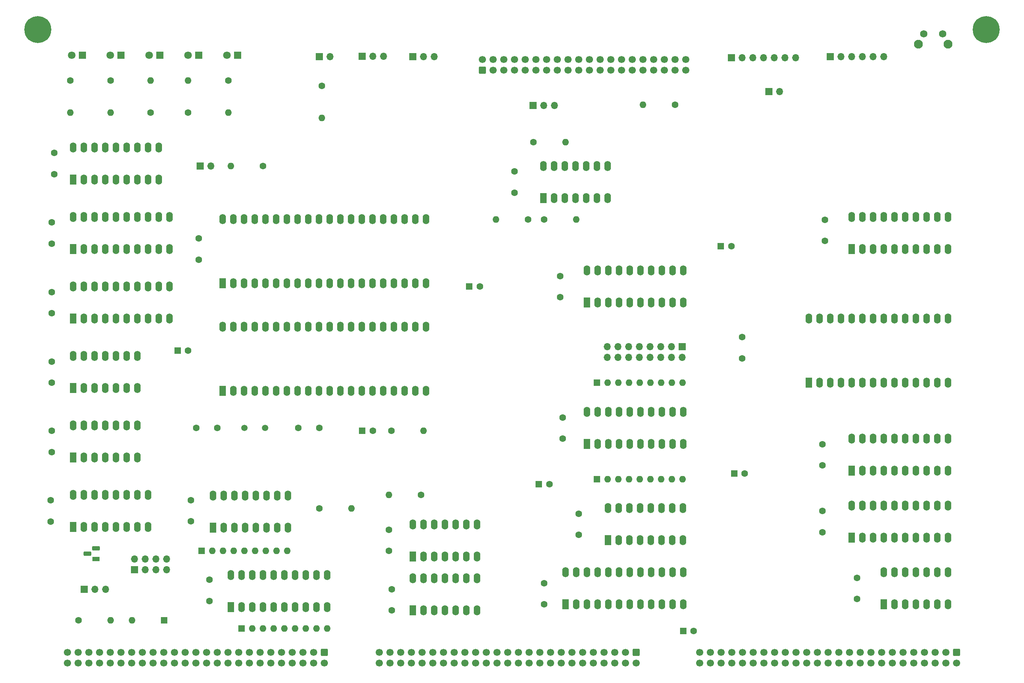
<source format=gbr>
%TF.GenerationSoftware,KiCad,Pcbnew,(6.0.11)*%
%TF.CreationDate,2023-11-11T19:50:57-06:00*%
%TF.ProjectId,processor.tms9995,70726f63-6573-4736-9f72-2e746d733939,v0.75*%
%TF.SameCoordinates,Original*%
%TF.FileFunction,Soldermask,Bot*%
%TF.FilePolarity,Negative*%
%FSLAX46Y46*%
G04 Gerber Fmt 4.6, Leading zero omitted, Abs format (unit mm)*
G04 Created by KiCad (PCBNEW (6.0.11)) date 2023-11-11 19:50:57*
%MOMM*%
%LPD*%
G01*
G04 APERTURE LIST*
G04 Aperture macros list*
%AMRoundRect*
0 Rectangle with rounded corners*
0 $1 Rounding radius*
0 $2 $3 $4 $5 $6 $7 $8 $9 X,Y pos of 4 corners*
0 Add a 4 corners polygon primitive as box body*
4,1,4,$2,$3,$4,$5,$6,$7,$8,$9,$2,$3,0*
0 Add four circle primitives for the rounded corners*
1,1,$1+$1,$2,$3*
1,1,$1+$1,$4,$5*
1,1,$1+$1,$6,$7*
1,1,$1+$1,$8,$9*
0 Add four rect primitives between the rounded corners*
20,1,$1+$1,$2,$3,$4,$5,0*
20,1,$1+$1,$4,$5,$6,$7,0*
20,1,$1+$1,$6,$7,$8,$9,0*
20,1,$1+$1,$8,$9,$2,$3,0*%
G04 Aperture macros list end*
%ADD10RoundRect,0.250000X-0.600000X0.600000X-0.600000X-0.600000X0.600000X-0.600000X0.600000X0.600000X0*%
%ADD11C,1.700000*%
%ADD12C,1.600000*%
%ADD13R,1.600000X1.600000*%
%ADD14O,1.600000X1.600000*%
%ADD15R,1.800000X1.800000*%
%ADD16C,1.800000*%
%ADD17R,1.600000X2.400000*%
%ADD18O,1.600000X2.400000*%
%ADD19C,6.400000*%
%ADD20R,1.800000X1.100000*%
%ADD21RoundRect,0.275000X0.625000X-0.275000X0.625000X0.275000X-0.625000X0.275000X-0.625000X-0.275000X0*%
%ADD22C,2.100000*%
%ADD23C,1.750000*%
%ADD24R,1.700000X1.700000*%
%ADD25O,1.700000X1.700000*%
%ADD26C,1.500000*%
%ADD27RoundRect,0.250000X0.600000X-0.600000X0.600000X0.600000X-0.600000X0.600000X-0.600000X-0.600000X0*%
G04 APERTURE END LIST*
D10*
%TO.C,P1*%
X108000000Y-223000000D03*
D11*
X108000000Y-225540000D03*
X105460000Y-223000000D03*
X105460000Y-225540000D03*
X102920000Y-223000000D03*
X102920000Y-225540000D03*
X100380000Y-223000000D03*
X100380000Y-225540000D03*
X97840000Y-223000000D03*
X97840000Y-225540000D03*
X95300000Y-223000000D03*
X95300000Y-225540000D03*
X92760000Y-223000000D03*
X92760000Y-225540000D03*
X90220000Y-223000000D03*
X90220000Y-225540000D03*
X87680000Y-223000000D03*
X87680000Y-225540000D03*
X85140000Y-223000000D03*
X85140000Y-225540000D03*
X82600000Y-223000000D03*
X82600000Y-225540000D03*
X80060000Y-223000000D03*
X80060000Y-225540000D03*
X77520000Y-223000000D03*
X77520000Y-225540000D03*
X74980000Y-223000000D03*
X74980000Y-225540000D03*
X72440000Y-223000000D03*
X72440000Y-225540000D03*
X69900000Y-223000000D03*
X69900000Y-225540000D03*
X67360000Y-223000000D03*
X67360000Y-225540000D03*
X64820000Y-223000000D03*
X64820000Y-225540000D03*
X62280000Y-223000000D03*
X62280000Y-225540000D03*
X59740000Y-223000000D03*
X59740000Y-225540000D03*
X57200000Y-223000000D03*
X57200000Y-225540000D03*
X54660000Y-223000000D03*
X54660000Y-225540000D03*
X52120000Y-223000000D03*
X52120000Y-225540000D03*
X49580000Y-223000000D03*
X49580000Y-225540000D03*
X47040000Y-223000000D03*
X47040000Y-225540000D03*
%TD*%
D12*
%TO.C,C2*%
X124000000Y-208000000D03*
X124000000Y-213000000D03*
%TD*%
%TO.C,C3*%
X43255000Y-153880000D03*
X43255000Y-158880000D03*
%TD*%
%TO.C,C4*%
X164540000Y-167170000D03*
X164540000Y-172170000D03*
%TD*%
%TO.C,C5*%
X76275000Y-186840000D03*
X76275000Y-191840000D03*
%TD*%
%TO.C,C6*%
X43255000Y-170350000D03*
X43255000Y-175350000D03*
%TD*%
%TO.C,C8*%
X160170000Y-206575000D03*
X160170000Y-211575000D03*
%TD*%
%TO.C,C9*%
X226135000Y-189400000D03*
X226135000Y-194400000D03*
%TD*%
%TO.C,C11*%
X43255000Y-120820000D03*
X43255000Y-125820000D03*
%TD*%
%TO.C,C14*%
X207085000Y-148085000D03*
X207085000Y-153085000D03*
%TD*%
D13*
%TO.C,C26*%
X73164900Y-151260000D03*
D12*
X75664900Y-151260000D03*
%TD*%
%TO.C,C17*%
X43890000Y-104310000D03*
X43890000Y-109310000D03*
%TD*%
D13*
%TO.C,C20*%
X116979900Y-170310000D03*
D12*
X119479900Y-170310000D03*
%TD*%
%TO.C,C21*%
X123265000Y-193845000D03*
X123265000Y-198845000D03*
%TD*%
D13*
%TO.C,C22*%
X158889900Y-183010000D03*
D12*
X161389900Y-183010000D03*
%TD*%
D13*
%TO.C,C28*%
X193115000Y-217935000D03*
D12*
X195615000Y-217935000D03*
%TD*%
D13*
%TO.C,D4*%
X69925000Y-215395000D03*
D14*
X62305000Y-215395000D03*
%TD*%
D15*
%TO.C,D5*%
X68952500Y-81065000D03*
D16*
X66412500Y-81065000D03*
%TD*%
D15*
%TO.C,D6*%
X87367500Y-81065000D03*
D16*
X84827500Y-81065000D03*
%TD*%
D15*
%TO.C,D1*%
X50537500Y-81065000D03*
D16*
X47997500Y-81065000D03*
%TD*%
D15*
%TO.C,D2*%
X78160000Y-81065000D03*
D16*
X75620000Y-81065000D03*
%TD*%
D12*
%TO.C,R5*%
X156285000Y-120145000D03*
D14*
X148665000Y-120145000D03*
%TD*%
D12*
%TO.C,R6*%
X123900000Y-170310000D03*
D14*
X131520000Y-170310000D03*
%TD*%
D17*
%TO.C,U4*%
X48330000Y-176682000D03*
D18*
X50870000Y-176682000D03*
X53410000Y-176682000D03*
X55950000Y-176682000D03*
X58490000Y-176682000D03*
X61030000Y-176682000D03*
X63570000Y-176682000D03*
X63570000Y-169062000D03*
X61030000Y-169062000D03*
X58490000Y-169062000D03*
X55950000Y-169062000D03*
X53410000Y-169062000D03*
X50870000Y-169062000D03*
X48330000Y-169062000D03*
%TD*%
D17*
%TO.C,U5*%
X128975000Y-200200000D03*
D18*
X131515000Y-200200000D03*
X134055000Y-200200000D03*
X136595000Y-200200000D03*
X139135000Y-200200000D03*
X141675000Y-200200000D03*
X144215000Y-200200000D03*
X144215000Y-192580000D03*
X141675000Y-192580000D03*
X139135000Y-192580000D03*
X136595000Y-192580000D03*
X134055000Y-192580000D03*
X131515000Y-192580000D03*
X128975000Y-192580000D03*
%TD*%
D17*
%TO.C,U6*%
X81575000Y-193315000D03*
D18*
X84115000Y-193315000D03*
X86655000Y-193315000D03*
X89195000Y-193315000D03*
X91735000Y-193315000D03*
X94275000Y-193315000D03*
X96815000Y-193315000D03*
X99355000Y-193315000D03*
X99355000Y-185695000D03*
X96815000Y-185695000D03*
X94275000Y-185695000D03*
X91735000Y-185695000D03*
X89195000Y-185695000D03*
X86655000Y-185695000D03*
X84115000Y-185695000D03*
X81575000Y-185695000D03*
%TD*%
D17*
%TO.C,U8*%
X165170000Y-211575000D03*
D18*
X167710000Y-211575000D03*
X170250000Y-211575000D03*
X172790000Y-211575000D03*
X175330000Y-211575000D03*
X177870000Y-211575000D03*
X180410000Y-211575000D03*
X182950000Y-211575000D03*
X185490000Y-211575000D03*
X188030000Y-211575000D03*
X190570000Y-211575000D03*
X193110000Y-211575000D03*
X193110000Y-203955000D03*
X190570000Y-203955000D03*
X188030000Y-203955000D03*
X185490000Y-203955000D03*
X182950000Y-203955000D03*
X180410000Y-203955000D03*
X177870000Y-203955000D03*
X175330000Y-203955000D03*
X172790000Y-203955000D03*
X170250000Y-203955000D03*
X167710000Y-203955000D03*
X165170000Y-203955000D03*
%TD*%
D17*
%TO.C,U15*%
X48330000Y-193200000D03*
D18*
X50870000Y-193200000D03*
X53410000Y-193200000D03*
X55950000Y-193200000D03*
X58490000Y-193200000D03*
X61030000Y-193200000D03*
X63570000Y-193200000D03*
X66110000Y-193200000D03*
X66110000Y-185580000D03*
X63570000Y-185580000D03*
X61030000Y-185580000D03*
X58490000Y-185580000D03*
X55950000Y-185580000D03*
X53410000Y-185580000D03*
X50870000Y-185580000D03*
X48330000Y-185580000D03*
%TD*%
D17*
%TO.C,U1*%
X128975000Y-213000000D03*
D18*
X131515000Y-213000000D03*
X134055000Y-213000000D03*
X136595000Y-213000000D03*
X139135000Y-213000000D03*
X141675000Y-213000000D03*
X144215000Y-213000000D03*
X144215000Y-205380000D03*
X141675000Y-205380000D03*
X139135000Y-205380000D03*
X136595000Y-205380000D03*
X134055000Y-205380000D03*
X131515000Y-205380000D03*
X128975000Y-205380000D03*
%TD*%
D10*
%TO.C,P2*%
X182000000Y-223000000D03*
D11*
X182000000Y-225540000D03*
X179460000Y-223000000D03*
X179460000Y-225540000D03*
X176920000Y-223000000D03*
X176920000Y-225540000D03*
X174380000Y-223000000D03*
X174380000Y-225540000D03*
X171840000Y-223000000D03*
X171840000Y-225540000D03*
X169300000Y-223000000D03*
X169300000Y-225540000D03*
X166760000Y-223000000D03*
X166760000Y-225540000D03*
X164220000Y-223000000D03*
X164220000Y-225540000D03*
X161680000Y-223000000D03*
X161680000Y-225540000D03*
X159140000Y-223000000D03*
X159140000Y-225540000D03*
X156600000Y-223000000D03*
X156600000Y-225540000D03*
X154060000Y-223000000D03*
X154060000Y-225540000D03*
X151520000Y-223000000D03*
X151520000Y-225540000D03*
X148980000Y-223000000D03*
X148980000Y-225540000D03*
X146440000Y-223000000D03*
X146440000Y-225540000D03*
X143900000Y-223000000D03*
X143900000Y-225540000D03*
X141360000Y-223000000D03*
X141360000Y-225540000D03*
X138820000Y-223000000D03*
X138820000Y-225540000D03*
X136280000Y-223000000D03*
X136280000Y-225540000D03*
X133740000Y-223000000D03*
X133740000Y-225540000D03*
X131200000Y-223000000D03*
X131200000Y-225540000D03*
X128660000Y-223000000D03*
X128660000Y-225540000D03*
X126120000Y-223000000D03*
X126120000Y-225540000D03*
X123580000Y-223000000D03*
X123580000Y-225540000D03*
X121040000Y-223000000D03*
X121040000Y-225540000D03*
%TD*%
D19*
%TO.C,H2*%
X265000000Y-75000000D03*
%TD*%
D13*
%TO.C,RN1*%
X78815000Y-198885000D03*
D14*
X81355000Y-198885000D03*
X83895000Y-198885000D03*
X86435000Y-198885000D03*
X88975000Y-198885000D03*
X91515000Y-198885000D03*
X94055000Y-198885000D03*
X96595000Y-198885000D03*
X99135000Y-198885000D03*
%TD*%
D17*
%TO.C,U11*%
X85800000Y-212220000D03*
D18*
X88340000Y-212220000D03*
X90880000Y-212220000D03*
X93420000Y-212220000D03*
X95960000Y-212220000D03*
X98500000Y-212220000D03*
X101040000Y-212220000D03*
X103580000Y-212220000D03*
X106120000Y-212220000D03*
X108660000Y-212220000D03*
X108660000Y-204600000D03*
X106120000Y-204600000D03*
X103580000Y-204600000D03*
X101040000Y-204600000D03*
X98500000Y-204600000D03*
X95960000Y-204600000D03*
X93420000Y-204600000D03*
X90880000Y-204600000D03*
X88340000Y-204600000D03*
X85800000Y-204600000D03*
%TD*%
D17*
%TO.C,U16*%
X240745000Y-211575000D03*
D18*
X243285000Y-211575000D03*
X245825000Y-211575000D03*
X248365000Y-211575000D03*
X250905000Y-211575000D03*
X253445000Y-211575000D03*
X255985000Y-211575000D03*
X255985000Y-203955000D03*
X253445000Y-203955000D03*
X250905000Y-203955000D03*
X248365000Y-203955000D03*
X245825000Y-203955000D03*
X243285000Y-203955000D03*
X240745000Y-203955000D03*
%TD*%
D12*
%TO.C,C19*%
X43000000Y-186860000D03*
X43000000Y-191860000D03*
%TD*%
D13*
%TO.C,C18*%
X142379900Y-136020000D03*
D12*
X144879900Y-136020000D03*
%TD*%
%TO.C,C12*%
X78180000Y-124630000D03*
X78180000Y-129630000D03*
%TD*%
%TO.C,C16*%
X80715000Y-205740000D03*
X80715000Y-210740000D03*
%TD*%
D19*
%TO.C,H1*%
X40000000Y-75000000D03*
%TD*%
D10*
%TO.C,P3*%
X258000000Y-223000000D03*
D11*
X258000000Y-225540000D03*
X255460000Y-223000000D03*
X255460000Y-225540000D03*
X252920000Y-223000000D03*
X252920000Y-225540000D03*
X250380000Y-223000000D03*
X250380000Y-225540000D03*
X247840000Y-223000000D03*
X247840000Y-225540000D03*
X245300000Y-223000000D03*
X245300000Y-225540000D03*
X242760000Y-223000000D03*
X242760000Y-225540000D03*
X240220000Y-223000000D03*
X240220000Y-225540000D03*
X237680000Y-223000000D03*
X237680000Y-225540000D03*
X235140000Y-223000000D03*
X235140000Y-225540000D03*
X232600000Y-223000000D03*
X232600000Y-225540000D03*
X230060000Y-223000000D03*
X230060000Y-225540000D03*
X227520000Y-223000000D03*
X227520000Y-225540000D03*
X224980000Y-223000000D03*
X224980000Y-225540000D03*
X222440000Y-223000000D03*
X222440000Y-225540000D03*
X219900000Y-223000000D03*
X219900000Y-225540000D03*
X217360000Y-223000000D03*
X217360000Y-225540000D03*
X214820000Y-223000000D03*
X214820000Y-225540000D03*
X212280000Y-223000000D03*
X212280000Y-225540000D03*
X209740000Y-223000000D03*
X209740000Y-225540000D03*
X207200000Y-223000000D03*
X207200000Y-225540000D03*
X204660000Y-223000000D03*
X204660000Y-225540000D03*
X202120000Y-223000000D03*
X202120000Y-225540000D03*
X199580000Y-223000000D03*
X199580000Y-225540000D03*
X197040000Y-223000000D03*
X197040000Y-225540000D03*
%TD*%
D17*
%TO.C,U13*%
X48330000Y-127128000D03*
D18*
X50870000Y-127128000D03*
X53410000Y-127128000D03*
X55950000Y-127128000D03*
X58490000Y-127128000D03*
X61030000Y-127128000D03*
X63570000Y-127128000D03*
X66110000Y-127128000D03*
X68650000Y-127128000D03*
X71190000Y-127128000D03*
X71190000Y-119508000D03*
X68650000Y-119508000D03*
X66110000Y-119508000D03*
X63570000Y-119508000D03*
X61030000Y-119508000D03*
X58490000Y-119508000D03*
X55950000Y-119508000D03*
X53410000Y-119508000D03*
X50870000Y-119508000D03*
X48330000Y-119508000D03*
%TD*%
D20*
%TO.C,U19*%
X53815000Y-200790000D03*
D21*
X51745000Y-199520000D03*
X53815000Y-198250000D03*
%TD*%
D17*
%TO.C,U7*%
X48330000Y-160164000D03*
D18*
X50870000Y-160164000D03*
X53410000Y-160164000D03*
X55950000Y-160164000D03*
X58490000Y-160164000D03*
X61030000Y-160164000D03*
X63570000Y-160164000D03*
X63570000Y-152544000D03*
X61030000Y-152544000D03*
X58490000Y-152544000D03*
X55950000Y-152544000D03*
X53410000Y-152544000D03*
X50870000Y-152544000D03*
X48330000Y-152544000D03*
%TD*%
D12*
%TO.C,C1*%
X163905000Y-138560000D03*
X163905000Y-133560000D03*
%TD*%
D17*
%TO.C,U20*%
X170270000Y-173475000D03*
D18*
X172810000Y-173475000D03*
X175350000Y-173475000D03*
X177890000Y-173475000D03*
X180430000Y-173475000D03*
X182970000Y-173475000D03*
X185510000Y-173475000D03*
X188050000Y-173475000D03*
X190590000Y-173475000D03*
X193130000Y-173475000D03*
X193130000Y-165855000D03*
X190590000Y-165855000D03*
X188050000Y-165855000D03*
X185510000Y-165855000D03*
X182970000Y-165855000D03*
X180430000Y-165855000D03*
X177890000Y-165855000D03*
X175350000Y-165855000D03*
X172810000Y-165855000D03*
X170270000Y-165855000D03*
%TD*%
D17*
%TO.C,U9*%
X233145000Y-127120000D03*
D18*
X235685000Y-127120000D03*
X238225000Y-127120000D03*
X240765000Y-127120000D03*
X243305000Y-127120000D03*
X245845000Y-127120000D03*
X248385000Y-127120000D03*
X250925000Y-127120000D03*
X253465000Y-127120000D03*
X256005000Y-127120000D03*
X256005000Y-119500000D03*
X253465000Y-119500000D03*
X250925000Y-119500000D03*
X248385000Y-119500000D03*
X245845000Y-119500000D03*
X243305000Y-119500000D03*
X240765000Y-119500000D03*
X238225000Y-119500000D03*
X235685000Y-119500000D03*
X233145000Y-119500000D03*
%TD*%
D17*
%TO.C,U10*%
X170260000Y-139820000D03*
D18*
X172800000Y-139820000D03*
X175340000Y-139820000D03*
X177880000Y-139820000D03*
X180420000Y-139820000D03*
X182960000Y-139820000D03*
X185500000Y-139820000D03*
X188040000Y-139820000D03*
X190580000Y-139820000D03*
X193120000Y-139820000D03*
X193120000Y-132200000D03*
X190580000Y-132200000D03*
X188040000Y-132200000D03*
X185500000Y-132200000D03*
X182960000Y-132200000D03*
X180420000Y-132200000D03*
X177880000Y-132200000D03*
X175340000Y-132200000D03*
X172800000Y-132200000D03*
X170260000Y-132200000D03*
%TD*%
D17*
%TO.C,U12*%
X233145000Y-195705000D03*
D18*
X235685000Y-195705000D03*
X238225000Y-195705000D03*
X240765000Y-195705000D03*
X243305000Y-195705000D03*
X245845000Y-195705000D03*
X248385000Y-195705000D03*
X250925000Y-195705000D03*
X253465000Y-195705000D03*
X256005000Y-195705000D03*
X256005000Y-188085000D03*
X253465000Y-188085000D03*
X250925000Y-188085000D03*
X248385000Y-188085000D03*
X245845000Y-188085000D03*
X243305000Y-188085000D03*
X240765000Y-188085000D03*
X238225000Y-188085000D03*
X235685000Y-188085000D03*
X233145000Y-188085000D03*
%TD*%
D17*
%TO.C,U14*%
X233145000Y-179835000D03*
D18*
X235685000Y-179835000D03*
X238225000Y-179835000D03*
X240765000Y-179835000D03*
X243305000Y-179835000D03*
X245845000Y-179835000D03*
X248385000Y-179835000D03*
X250925000Y-179835000D03*
X253465000Y-179835000D03*
X256005000Y-179835000D03*
X256005000Y-172215000D03*
X253465000Y-172215000D03*
X250925000Y-172215000D03*
X248385000Y-172215000D03*
X245845000Y-172215000D03*
X243305000Y-172215000D03*
X240765000Y-172215000D03*
X238225000Y-172215000D03*
X235685000Y-172215000D03*
X233145000Y-172215000D03*
%TD*%
D17*
%TO.C,U2*%
X160000000Y-115000000D03*
D18*
X162540000Y-115000000D03*
X165080000Y-115000000D03*
X167620000Y-115000000D03*
X170160000Y-115000000D03*
X172700000Y-115000000D03*
X175240000Y-115000000D03*
X175240000Y-107380000D03*
X172700000Y-107380000D03*
X170160000Y-107380000D03*
X167620000Y-107380000D03*
X165080000Y-107380000D03*
X162540000Y-107380000D03*
X160000000Y-107380000D03*
%TD*%
D15*
%TO.C,D3*%
X59745000Y-81065000D03*
D16*
X57205000Y-81065000D03*
%TD*%
D12*
%TO.C,R4*%
X93420000Y-107445000D03*
D14*
X85800000Y-107445000D03*
%TD*%
D22*
%TO.C,SW1*%
X255985000Y-78452500D03*
X248975000Y-78452500D03*
D23*
X250225000Y-75962500D03*
X254725000Y-75962500D03*
%TD*%
D12*
%TO.C,R1*%
X47700000Y-87125000D03*
D14*
X47700000Y-94745000D03*
%TD*%
D17*
%TO.C,U18*%
X222945000Y-158885000D03*
D18*
X225485000Y-158885000D03*
X228025000Y-158885000D03*
X230565000Y-158885000D03*
X233105000Y-158885000D03*
X235645000Y-158885000D03*
X238185000Y-158885000D03*
X240725000Y-158885000D03*
X243265000Y-158885000D03*
X245805000Y-158885000D03*
X248345000Y-158885000D03*
X250885000Y-158885000D03*
X253425000Y-158885000D03*
X255965000Y-158885000D03*
X255965000Y-143645000D03*
X253425000Y-143645000D03*
X250885000Y-143645000D03*
X248345000Y-143645000D03*
X245805000Y-143645000D03*
X243265000Y-143645000D03*
X240725000Y-143645000D03*
X238185000Y-143645000D03*
X235645000Y-143645000D03*
X233105000Y-143645000D03*
X230565000Y-143645000D03*
X228025000Y-143645000D03*
X225485000Y-143645000D03*
X222945000Y-143645000D03*
%TD*%
D13*
%TO.C,C24*%
X205244900Y-180470000D03*
D12*
X207744900Y-180470000D03*
%TD*%
%TO.C,C7*%
X153110000Y-113715000D03*
X153110000Y-108715000D03*
%TD*%
%TO.C,R8*%
X49605000Y-215395000D03*
D14*
X57225000Y-215395000D03*
%TD*%
D17*
%TO.C,U3*%
X83875000Y-160790000D03*
D18*
X86415000Y-160790000D03*
X88955000Y-160790000D03*
X91495000Y-160790000D03*
X94035000Y-160790000D03*
X96575000Y-160790000D03*
X99115000Y-160790000D03*
X101655000Y-160790000D03*
X104195000Y-160790000D03*
X106735000Y-160790000D03*
X109275000Y-160790000D03*
X111815000Y-160790000D03*
X114355000Y-160790000D03*
X116895000Y-160790000D03*
X119435000Y-160790000D03*
X121975000Y-160790000D03*
X124515000Y-160790000D03*
X127055000Y-160790000D03*
X129595000Y-160790000D03*
X132135000Y-160790000D03*
X132135000Y-145550000D03*
X129595000Y-145550000D03*
X127055000Y-145550000D03*
X124515000Y-145550000D03*
X121975000Y-145550000D03*
X119435000Y-145550000D03*
X116895000Y-145550000D03*
X114355000Y-145550000D03*
X111815000Y-145550000D03*
X109275000Y-145550000D03*
X106735000Y-145550000D03*
X104195000Y-145550000D03*
X101655000Y-145550000D03*
X99115000Y-145550000D03*
X96575000Y-145550000D03*
X94035000Y-145550000D03*
X91495000Y-145550000D03*
X88955000Y-145550000D03*
X86415000Y-145550000D03*
X83875000Y-145550000D03*
%TD*%
D12*
%TO.C,R10*%
X66750000Y-94745000D03*
D14*
X66750000Y-87125000D03*
%TD*%
D17*
%TO.C,U22*%
X175320000Y-196335000D03*
D18*
X177860000Y-196335000D03*
X180400000Y-196335000D03*
X182940000Y-196335000D03*
X185480000Y-196335000D03*
X188020000Y-196335000D03*
X190560000Y-196335000D03*
X193100000Y-196335000D03*
X193100000Y-188715000D03*
X190560000Y-188715000D03*
X188020000Y-188715000D03*
X185480000Y-188715000D03*
X182940000Y-188715000D03*
X180400000Y-188715000D03*
X177860000Y-188715000D03*
X175320000Y-188715000D03*
%TD*%
D24*
%TO.C,J7*%
X204540000Y-81700000D03*
D25*
X207080000Y-81700000D03*
X209620000Y-81700000D03*
X212160000Y-81700000D03*
X214700000Y-81700000D03*
X217240000Y-81700000D03*
X219780000Y-81700000D03*
%TD*%
D12*
%TO.C,R12*%
X85165000Y-87125000D03*
D14*
X85165000Y-94745000D03*
%TD*%
D24*
%TO.C,JP1*%
X62940000Y-203330000D03*
D25*
X62940000Y-200790000D03*
X65480000Y-203330000D03*
X65480000Y-200790000D03*
X68020000Y-203330000D03*
X68020000Y-200790000D03*
X70560000Y-203330000D03*
X70560000Y-200790000D03*
%TD*%
D26*
%TO.C,Y1*%
X89015000Y-169675000D03*
X93895000Y-169675000D03*
%TD*%
D12*
%TO.C,R3*%
X75640000Y-94745000D03*
D14*
X75640000Y-87125000D03*
%TD*%
D24*
%TO.C,J6*%
X213430000Y-89750000D03*
D25*
X215970000Y-89750000D03*
%TD*%
D24*
%TO.C,J3*%
X116930000Y-81340000D03*
D25*
X119470000Y-81340000D03*
X122010000Y-81340000D03*
%TD*%
D12*
%TO.C,C15*%
X234390000Y-210315000D03*
X234390000Y-205315000D03*
%TD*%
%TO.C,C25*%
X43255000Y-142370000D03*
X43255000Y-137370000D03*
%TD*%
%TO.C,C10*%
X226135000Y-178565000D03*
X226135000Y-173565000D03*
%TD*%
D17*
%TO.C,U23*%
X83875000Y-135290000D03*
D18*
X86415000Y-135290000D03*
X88955000Y-135290000D03*
X91495000Y-135290000D03*
X94035000Y-135290000D03*
X96575000Y-135290000D03*
X99115000Y-135290000D03*
X101655000Y-135290000D03*
X104195000Y-135290000D03*
X106735000Y-135290000D03*
X109275000Y-135290000D03*
X111815000Y-135290000D03*
X114355000Y-135290000D03*
X116895000Y-135290000D03*
X119435000Y-135290000D03*
X121975000Y-135290000D03*
X124515000Y-135290000D03*
X127055000Y-135290000D03*
X129595000Y-135290000D03*
X132135000Y-135290000D03*
X132135000Y-120050000D03*
X129595000Y-120050000D03*
X127055000Y-120050000D03*
X124515000Y-120050000D03*
X121975000Y-120050000D03*
X119435000Y-120050000D03*
X116895000Y-120050000D03*
X114355000Y-120050000D03*
X111815000Y-120050000D03*
X109275000Y-120050000D03*
X106735000Y-120050000D03*
X104195000Y-120050000D03*
X101655000Y-120050000D03*
X99115000Y-120050000D03*
X96575000Y-120050000D03*
X94035000Y-120050000D03*
X91495000Y-120050000D03*
X88955000Y-120050000D03*
X86415000Y-120050000D03*
X83875000Y-120050000D03*
%TD*%
D12*
%TO.C,R11*%
X157555000Y-101730000D03*
D14*
X165175000Y-101730000D03*
%TD*%
D24*
%TO.C,J1*%
X192920000Y-150345000D03*
D25*
X192920000Y-152885000D03*
X190380000Y-150345000D03*
X190380000Y-152885000D03*
X187840000Y-150345000D03*
X187840000Y-152885000D03*
X185300000Y-150345000D03*
X185300000Y-152885000D03*
X182760000Y-150345000D03*
X182760000Y-152885000D03*
X180220000Y-150345000D03*
X180220000Y-152885000D03*
X177680000Y-150345000D03*
X177680000Y-152885000D03*
X175140000Y-150345000D03*
X175140000Y-152885000D03*
%TD*%
D12*
%TO.C,C40*%
X106755000Y-169675000D03*
X101755000Y-169675000D03*
%TD*%
D24*
%TO.C,J4*%
X78492500Y-107445000D03*
D25*
X81032500Y-107445000D03*
%TD*%
D13*
%TO.C,RN3*%
X172670000Y-158880000D03*
D14*
X175210000Y-158880000D03*
X177750000Y-158880000D03*
X180290000Y-158880000D03*
X182830000Y-158880000D03*
X185370000Y-158880000D03*
X187910000Y-158880000D03*
X190450000Y-158880000D03*
X192990000Y-158880000D03*
%TD*%
D12*
%TO.C,R7*%
X57225000Y-87125000D03*
D14*
X57225000Y-94745000D03*
%TD*%
D24*
%TO.C,JP2*%
X50975000Y-208000000D03*
D25*
X53515000Y-208000000D03*
X56055000Y-208000000D03*
%TD*%
D12*
%TO.C,R14*%
X191210000Y-92840000D03*
D14*
X183590000Y-92840000D03*
%TD*%
D24*
%TO.C,JP5*%
X157500000Y-93000000D03*
D25*
X160040000Y-93000000D03*
X162580000Y-93000000D03*
%TD*%
D12*
%TO.C,R15*%
X106755000Y-188745000D03*
D14*
X114375000Y-188745000D03*
%TD*%
D12*
%TO.C,C41*%
X77585000Y-169675000D03*
X82585000Y-169675000D03*
%TD*%
D13*
%TO.C,RN4*%
X88340000Y-217300000D03*
D14*
X90880000Y-217300000D03*
X93420000Y-217300000D03*
X95960000Y-217300000D03*
X98500000Y-217300000D03*
X101040000Y-217300000D03*
X103580000Y-217300000D03*
X106120000Y-217300000D03*
X108660000Y-217300000D03*
%TD*%
D12*
%TO.C,R13*%
X107390000Y-88395000D03*
D14*
X107390000Y-96015000D03*
%TD*%
D13*
%TO.C,C42*%
X202069900Y-126495000D03*
D12*
X204569900Y-126495000D03*
%TD*%
D13*
%TO.C,RN2*%
X172670000Y-181815000D03*
D14*
X175210000Y-181815000D03*
X177750000Y-181815000D03*
X180290000Y-181815000D03*
X182830000Y-181815000D03*
X185370000Y-181815000D03*
X187910000Y-181815000D03*
X190450000Y-181815000D03*
X192990000Y-181815000D03*
%TD*%
D24*
%TO.C,J5*%
X228040000Y-81425000D03*
D25*
X230580000Y-81425000D03*
X233120000Y-81425000D03*
X235660000Y-81425000D03*
X238200000Y-81425000D03*
X240740000Y-81425000D03*
%TD*%
D27*
%TO.C,P4*%
X145490000Y-84652500D03*
D11*
X145490000Y-82112500D03*
X148030000Y-84652500D03*
X148030000Y-82112500D03*
X150570000Y-84652500D03*
X150570000Y-82112500D03*
X153110000Y-84652500D03*
X153110000Y-82112500D03*
X155650000Y-84652500D03*
X155650000Y-82112500D03*
X158190000Y-84652500D03*
X158190000Y-82112500D03*
X160730000Y-84652500D03*
X160730000Y-82112500D03*
X163270000Y-84652500D03*
X163270000Y-82112500D03*
X165810000Y-84652500D03*
X165810000Y-82112500D03*
X168350000Y-84652500D03*
X168350000Y-82112500D03*
X170890000Y-84652500D03*
X170890000Y-82112500D03*
X173430000Y-84652500D03*
X173430000Y-82112500D03*
X175970000Y-84652500D03*
X175970000Y-82112500D03*
X178510000Y-84652500D03*
X178510000Y-82112500D03*
X181050000Y-84652500D03*
X181050000Y-82112500D03*
X183590000Y-84652500D03*
X183590000Y-82112500D03*
X186130000Y-84652500D03*
X186130000Y-82112500D03*
X188670000Y-84652500D03*
X188670000Y-82112500D03*
X191210000Y-84652500D03*
X191210000Y-82112500D03*
X193750000Y-84652500D03*
X193750000Y-82112500D03*
%TD*%
D12*
%TO.C,R2*%
X130885000Y-185550000D03*
D14*
X123265000Y-185550000D03*
%TD*%
D12*
%TO.C,C13*%
X226770000Y-125225000D03*
X226770000Y-120225000D03*
%TD*%
%TO.C,C23*%
X168350000Y-195035000D03*
X168350000Y-190035000D03*
%TD*%
D17*
%TO.C,U17*%
X48330000Y-143646000D03*
D18*
X50870000Y-143646000D03*
X53410000Y-143646000D03*
X55950000Y-143646000D03*
X58490000Y-143646000D03*
X61030000Y-143646000D03*
X63570000Y-143646000D03*
X66110000Y-143646000D03*
X68650000Y-143646000D03*
X71190000Y-143646000D03*
X71190000Y-136026000D03*
X68650000Y-136026000D03*
X66110000Y-136026000D03*
X63570000Y-136026000D03*
X61030000Y-136026000D03*
X58490000Y-136026000D03*
X55950000Y-136026000D03*
X53410000Y-136026000D03*
X50870000Y-136026000D03*
X48330000Y-136026000D03*
%TD*%
D12*
%TO.C,R9*%
X160095000Y-120145000D03*
D14*
X167715000Y-120145000D03*
%TD*%
D24*
%TO.C,JP4*%
X106755000Y-81410000D03*
D25*
X109295000Y-81410000D03*
%TD*%
D17*
%TO.C,U21*%
X48330000Y-110610000D03*
D18*
X50870000Y-110610000D03*
X53410000Y-110610000D03*
X55950000Y-110610000D03*
X58490000Y-110610000D03*
X61030000Y-110610000D03*
X63570000Y-110610000D03*
X66110000Y-110610000D03*
X68650000Y-110610000D03*
X68650000Y-102990000D03*
X66110000Y-102990000D03*
X63570000Y-102990000D03*
X61030000Y-102990000D03*
X58490000Y-102990000D03*
X55950000Y-102990000D03*
X53410000Y-102990000D03*
X50870000Y-102990000D03*
X48330000Y-102990000D03*
%TD*%
D24*
%TO.C,J2*%
X128980000Y-81410000D03*
D25*
X131520000Y-81410000D03*
X134060000Y-81410000D03*
%TD*%
M02*

</source>
